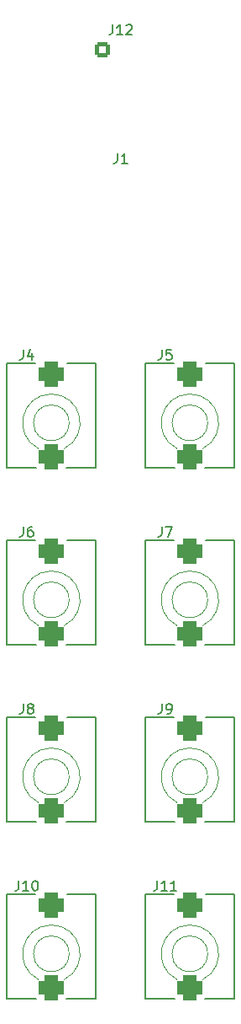
<source format=gto>
G04 #@! TF.GenerationSoftware,KiCad,Pcbnew,8.0.0*
G04 #@! TF.CreationDate,2025-07-24T19:22:06+01:00*
G04 #@! TF.ProjectId,MidiToCvConnectors,4d696469-546f-4437-9643-6f6e6e656374,1_0*
G04 #@! TF.SameCoordinates,Original*
G04 #@! TF.FileFunction,Legend,Top*
G04 #@! TF.FilePolarity,Positive*
%FSLAX46Y46*%
G04 Gerber Fmt 4.6, Leading zero omitted, Abs format (unit mm)*
G04 Created by KiCad (PCBNEW 8.0.0) date 2025-07-24 19:22:06*
%MOMM*%
%LPD*%
G01*
G04 APERTURE LIST*
G04 Aperture macros list*
%AMRoundRect*
0 Rectangle with rounded corners*
0 $1 Rounding radius*
0 $2 $3 $4 $5 $6 $7 $8 $9 X,Y pos of 4 corners*
0 Add a 4 corners polygon primitive as box body*
4,1,4,$2,$3,$4,$5,$6,$7,$8,$9,$2,$3,0*
0 Add four circle primitives for the rounded corners*
1,1,$1+$1,$2,$3*
1,1,$1+$1,$4,$5*
1,1,$1+$1,$6,$7*
1,1,$1+$1,$8,$9*
0 Add four rect primitives between the rounded corners*
20,1,$1+$1,$2,$3,$4,$5,0*
20,1,$1+$1,$4,$5,$6,$7,0*
20,1,$1+$1,$6,$7,$8,$9,0*
20,1,$1+$1,$8,$9,$2,$3,0*%
%AMHorizOval*
0 Thick line with rounded ends*
0 $1 width*
0 $2 $3 position (X,Y) of the first rounded end (center of the circle)*
0 $4 $5 position (X,Y) of the second rounded end (center of the circle)*
0 Add line between two ends*
20,1,$1,$2,$3,$4,$5,0*
0 Add two circle primitives to create the rounded ends*
1,1,$1,$2,$3*
1,1,$1,$4,$5*%
G04 Aperture macros list end*
%ADD10C,0.150000*%
%ADD11C,0.200000*%
%ADD12C,0.120000*%
%ADD13O,3.100000X2.100000*%
%ADD14RoundRect,0.650000X-0.650000X-0.650000X0.650000X-0.650000X0.650000X0.650000X-0.650000X0.650000X0*%
%ADD15HorizOval,1.600000X0.692820X0.400000X-0.692820X-0.400000X0*%
%ADD16HorizOval,1.600000X-0.400000X0.692820X0.400000X-0.692820X0*%
%ADD17HorizOval,1.600000X0.772741X-0.207055X-0.772741X0.207055X0*%
%ADD18HorizOval,1.600000X0.207055X0.772741X-0.207055X-0.772741X0*%
%ADD19RoundRect,0.250000X-0.550000X-0.550000X0.550000X-0.550000X0.550000X0.550000X-0.550000X0.550000X0*%
%ADD20C,1.600000*%
%ADD21R,1.700000X1.700000*%
%ADD22O,1.700000X1.700000*%
G04 APERTURE END LIST*
D10*
X44156666Y-117749819D02*
X44156666Y-118464104D01*
X44156666Y-118464104D02*
X44109047Y-118606961D01*
X44109047Y-118606961D02*
X44013809Y-118702200D01*
X44013809Y-118702200D02*
X43870952Y-118749819D01*
X43870952Y-118749819D02*
X43775714Y-118749819D01*
X44680476Y-118749819D02*
X44870952Y-118749819D01*
X44870952Y-118749819D02*
X44966190Y-118702200D01*
X44966190Y-118702200D02*
X45013809Y-118654580D01*
X45013809Y-118654580D02*
X45109047Y-118511723D01*
X45109047Y-118511723D02*
X45156666Y-118321247D01*
X45156666Y-118321247D02*
X45156666Y-117940295D01*
X45156666Y-117940295D02*
X45109047Y-117845057D01*
X45109047Y-117845057D02*
X45061428Y-117797438D01*
X45061428Y-117797438D02*
X44966190Y-117749819D01*
X44966190Y-117749819D02*
X44775714Y-117749819D01*
X44775714Y-117749819D02*
X44680476Y-117797438D01*
X44680476Y-117797438D02*
X44632857Y-117845057D01*
X44632857Y-117845057D02*
X44585238Y-117940295D01*
X44585238Y-117940295D02*
X44585238Y-118178390D01*
X44585238Y-118178390D02*
X44632857Y-118273628D01*
X44632857Y-118273628D02*
X44680476Y-118321247D01*
X44680476Y-118321247D02*
X44775714Y-118368866D01*
X44775714Y-118368866D02*
X44966190Y-118368866D01*
X44966190Y-118368866D02*
X45061428Y-118321247D01*
X45061428Y-118321247D02*
X45109047Y-118273628D01*
X45109047Y-118273628D02*
X45156666Y-118178390D01*
X30186666Y-99969819D02*
X30186666Y-100684104D01*
X30186666Y-100684104D02*
X30139047Y-100826961D01*
X30139047Y-100826961D02*
X30043809Y-100922200D01*
X30043809Y-100922200D02*
X29900952Y-100969819D01*
X29900952Y-100969819D02*
X29805714Y-100969819D01*
X31091428Y-99969819D02*
X30900952Y-99969819D01*
X30900952Y-99969819D02*
X30805714Y-100017438D01*
X30805714Y-100017438D02*
X30758095Y-100065057D01*
X30758095Y-100065057D02*
X30662857Y-100207914D01*
X30662857Y-100207914D02*
X30615238Y-100398390D01*
X30615238Y-100398390D02*
X30615238Y-100779342D01*
X30615238Y-100779342D02*
X30662857Y-100874580D01*
X30662857Y-100874580D02*
X30710476Y-100922200D01*
X30710476Y-100922200D02*
X30805714Y-100969819D01*
X30805714Y-100969819D02*
X30996190Y-100969819D01*
X30996190Y-100969819D02*
X31091428Y-100922200D01*
X31091428Y-100922200D02*
X31139047Y-100874580D01*
X31139047Y-100874580D02*
X31186666Y-100779342D01*
X31186666Y-100779342D02*
X31186666Y-100541247D01*
X31186666Y-100541247D02*
X31139047Y-100446009D01*
X31139047Y-100446009D02*
X31091428Y-100398390D01*
X31091428Y-100398390D02*
X30996190Y-100350771D01*
X30996190Y-100350771D02*
X30805714Y-100350771D01*
X30805714Y-100350771D02*
X30710476Y-100398390D01*
X30710476Y-100398390D02*
X30662857Y-100446009D01*
X30662857Y-100446009D02*
X30615238Y-100541247D01*
X44156666Y-99969819D02*
X44156666Y-100684104D01*
X44156666Y-100684104D02*
X44109047Y-100826961D01*
X44109047Y-100826961D02*
X44013809Y-100922200D01*
X44013809Y-100922200D02*
X43870952Y-100969819D01*
X43870952Y-100969819D02*
X43775714Y-100969819D01*
X44537619Y-99969819D02*
X45204285Y-99969819D01*
X45204285Y-99969819D02*
X44775714Y-100969819D01*
X30186666Y-82189819D02*
X30186666Y-82904104D01*
X30186666Y-82904104D02*
X30139047Y-83046961D01*
X30139047Y-83046961D02*
X30043809Y-83142200D01*
X30043809Y-83142200D02*
X29900952Y-83189819D01*
X29900952Y-83189819D02*
X29805714Y-83189819D01*
X31091428Y-82523152D02*
X31091428Y-83189819D01*
X30853333Y-82142200D02*
X30615238Y-82856485D01*
X30615238Y-82856485D02*
X31234285Y-82856485D01*
X44156666Y-82189819D02*
X44156666Y-82904104D01*
X44156666Y-82904104D02*
X44109047Y-83046961D01*
X44109047Y-83046961D02*
X44013809Y-83142200D01*
X44013809Y-83142200D02*
X43870952Y-83189819D01*
X43870952Y-83189819D02*
X43775714Y-83189819D01*
X45109047Y-82189819D02*
X44632857Y-82189819D01*
X44632857Y-82189819D02*
X44585238Y-82666009D01*
X44585238Y-82666009D02*
X44632857Y-82618390D01*
X44632857Y-82618390D02*
X44728095Y-82570771D01*
X44728095Y-82570771D02*
X44966190Y-82570771D01*
X44966190Y-82570771D02*
X45061428Y-82618390D01*
X45061428Y-82618390D02*
X45109047Y-82666009D01*
X45109047Y-82666009D02*
X45156666Y-82761247D01*
X45156666Y-82761247D02*
X45156666Y-82999342D01*
X45156666Y-82999342D02*
X45109047Y-83094580D01*
X45109047Y-83094580D02*
X45061428Y-83142200D01*
X45061428Y-83142200D02*
X44966190Y-83189819D01*
X44966190Y-83189819D02*
X44728095Y-83189819D01*
X44728095Y-83189819D02*
X44632857Y-83142200D01*
X44632857Y-83142200D02*
X44585238Y-83094580D01*
X29710476Y-135529819D02*
X29710476Y-136244104D01*
X29710476Y-136244104D02*
X29662857Y-136386961D01*
X29662857Y-136386961D02*
X29567619Y-136482200D01*
X29567619Y-136482200D02*
X29424762Y-136529819D01*
X29424762Y-136529819D02*
X29329524Y-136529819D01*
X30710476Y-136529819D02*
X30139048Y-136529819D01*
X30424762Y-136529819D02*
X30424762Y-135529819D01*
X30424762Y-135529819D02*
X30329524Y-135672676D01*
X30329524Y-135672676D02*
X30234286Y-135767914D01*
X30234286Y-135767914D02*
X30139048Y-135815533D01*
X31329524Y-135529819D02*
X31424762Y-135529819D01*
X31424762Y-135529819D02*
X31520000Y-135577438D01*
X31520000Y-135577438D02*
X31567619Y-135625057D01*
X31567619Y-135625057D02*
X31615238Y-135720295D01*
X31615238Y-135720295D02*
X31662857Y-135910771D01*
X31662857Y-135910771D02*
X31662857Y-136148866D01*
X31662857Y-136148866D02*
X31615238Y-136339342D01*
X31615238Y-136339342D02*
X31567619Y-136434580D01*
X31567619Y-136434580D02*
X31520000Y-136482200D01*
X31520000Y-136482200D02*
X31424762Y-136529819D01*
X31424762Y-136529819D02*
X31329524Y-136529819D01*
X31329524Y-136529819D02*
X31234286Y-136482200D01*
X31234286Y-136482200D02*
X31186667Y-136434580D01*
X31186667Y-136434580D02*
X31139048Y-136339342D01*
X31139048Y-136339342D02*
X31091429Y-136148866D01*
X31091429Y-136148866D02*
X31091429Y-135910771D01*
X31091429Y-135910771D02*
X31139048Y-135720295D01*
X31139048Y-135720295D02*
X31186667Y-135625057D01*
X31186667Y-135625057D02*
X31234286Y-135577438D01*
X31234286Y-135577438D02*
X31329524Y-135529819D01*
X39671666Y-62454819D02*
X39671666Y-63169104D01*
X39671666Y-63169104D02*
X39624047Y-63311961D01*
X39624047Y-63311961D02*
X39528809Y-63407200D01*
X39528809Y-63407200D02*
X39385952Y-63454819D01*
X39385952Y-63454819D02*
X39290714Y-63454819D01*
X40671666Y-63454819D02*
X40100238Y-63454819D01*
X40385952Y-63454819D02*
X40385952Y-62454819D01*
X40385952Y-62454819D02*
X40290714Y-62597676D01*
X40290714Y-62597676D02*
X40195476Y-62692914D01*
X40195476Y-62692914D02*
X40100238Y-62740533D01*
X30186666Y-117749819D02*
X30186666Y-118464104D01*
X30186666Y-118464104D02*
X30139047Y-118606961D01*
X30139047Y-118606961D02*
X30043809Y-118702200D01*
X30043809Y-118702200D02*
X29900952Y-118749819D01*
X29900952Y-118749819D02*
X29805714Y-118749819D01*
X30805714Y-118178390D02*
X30710476Y-118130771D01*
X30710476Y-118130771D02*
X30662857Y-118083152D01*
X30662857Y-118083152D02*
X30615238Y-117987914D01*
X30615238Y-117987914D02*
X30615238Y-117940295D01*
X30615238Y-117940295D02*
X30662857Y-117845057D01*
X30662857Y-117845057D02*
X30710476Y-117797438D01*
X30710476Y-117797438D02*
X30805714Y-117749819D01*
X30805714Y-117749819D02*
X30996190Y-117749819D01*
X30996190Y-117749819D02*
X31091428Y-117797438D01*
X31091428Y-117797438D02*
X31139047Y-117845057D01*
X31139047Y-117845057D02*
X31186666Y-117940295D01*
X31186666Y-117940295D02*
X31186666Y-117987914D01*
X31186666Y-117987914D02*
X31139047Y-118083152D01*
X31139047Y-118083152D02*
X31091428Y-118130771D01*
X31091428Y-118130771D02*
X30996190Y-118178390D01*
X30996190Y-118178390D02*
X30805714Y-118178390D01*
X30805714Y-118178390D02*
X30710476Y-118226009D01*
X30710476Y-118226009D02*
X30662857Y-118273628D01*
X30662857Y-118273628D02*
X30615238Y-118368866D01*
X30615238Y-118368866D02*
X30615238Y-118559342D01*
X30615238Y-118559342D02*
X30662857Y-118654580D01*
X30662857Y-118654580D02*
X30710476Y-118702200D01*
X30710476Y-118702200D02*
X30805714Y-118749819D01*
X30805714Y-118749819D02*
X30996190Y-118749819D01*
X30996190Y-118749819D02*
X31091428Y-118702200D01*
X31091428Y-118702200D02*
X31139047Y-118654580D01*
X31139047Y-118654580D02*
X31186666Y-118559342D01*
X31186666Y-118559342D02*
X31186666Y-118368866D01*
X31186666Y-118368866D02*
X31139047Y-118273628D01*
X31139047Y-118273628D02*
X31091428Y-118226009D01*
X31091428Y-118226009D02*
X30996190Y-118178390D01*
X43680476Y-135529819D02*
X43680476Y-136244104D01*
X43680476Y-136244104D02*
X43632857Y-136386961D01*
X43632857Y-136386961D02*
X43537619Y-136482200D01*
X43537619Y-136482200D02*
X43394762Y-136529819D01*
X43394762Y-136529819D02*
X43299524Y-136529819D01*
X44680476Y-136529819D02*
X44109048Y-136529819D01*
X44394762Y-136529819D02*
X44394762Y-135529819D01*
X44394762Y-135529819D02*
X44299524Y-135672676D01*
X44299524Y-135672676D02*
X44204286Y-135767914D01*
X44204286Y-135767914D02*
X44109048Y-135815533D01*
X45632857Y-136529819D02*
X45061429Y-136529819D01*
X45347143Y-136529819D02*
X45347143Y-135529819D01*
X45347143Y-135529819D02*
X45251905Y-135672676D01*
X45251905Y-135672676D02*
X45156667Y-135767914D01*
X45156667Y-135767914D02*
X45061429Y-135815533D01*
X39195476Y-49524819D02*
X39195476Y-50239104D01*
X39195476Y-50239104D02*
X39147857Y-50381961D01*
X39147857Y-50381961D02*
X39052619Y-50477200D01*
X39052619Y-50477200D02*
X38909762Y-50524819D01*
X38909762Y-50524819D02*
X38814524Y-50524819D01*
X40195476Y-50524819D02*
X39624048Y-50524819D01*
X39909762Y-50524819D02*
X39909762Y-49524819D01*
X39909762Y-49524819D02*
X39814524Y-49667676D01*
X39814524Y-49667676D02*
X39719286Y-49762914D01*
X39719286Y-49762914D02*
X39624048Y-49810533D01*
X40576429Y-49620057D02*
X40624048Y-49572438D01*
X40624048Y-49572438D02*
X40719286Y-49524819D01*
X40719286Y-49524819D02*
X40957381Y-49524819D01*
X40957381Y-49524819D02*
X41052619Y-49572438D01*
X41052619Y-49572438D02*
X41100238Y-49620057D01*
X41100238Y-49620057D02*
X41147857Y-49715295D01*
X41147857Y-49715295D02*
X41147857Y-49810533D01*
X41147857Y-49810533D02*
X41100238Y-49953390D01*
X41100238Y-49953390D02*
X40528810Y-50524819D01*
X40528810Y-50524819D02*
X41147857Y-50524819D01*
D11*
X42490000Y-119095000D02*
X45390000Y-119095000D01*
X42490000Y-129595000D02*
X42490000Y-119095000D01*
X42490000Y-129595000D02*
X45490000Y-129595000D01*
X48490000Y-129595000D02*
X51490000Y-129595000D01*
X48590000Y-119095000D02*
X51490000Y-119095000D01*
X51490000Y-129595000D02*
X51490000Y-119095000D01*
D12*
X45693737Y-127683576D02*
G75*
G02*
X46990000Y-122200000I1296263J2588576D01*
G01*
X46990000Y-122200000D02*
G75*
G02*
X48286263Y-127683576I0J-2895000D01*
G01*
X48790000Y-125095000D02*
G75*
G02*
X45190000Y-125095000I-1800000J0D01*
G01*
X45190000Y-125095000D02*
G75*
G02*
X48790000Y-125095000I1800000J0D01*
G01*
D11*
X28520000Y-101315000D02*
X31420000Y-101315000D01*
X28520000Y-111815000D02*
X28520000Y-101315000D01*
X28520000Y-111815000D02*
X31520000Y-111815000D01*
X34520000Y-111815000D02*
X37520000Y-111815000D01*
X34620000Y-101315000D02*
X37520000Y-101315000D01*
X37520000Y-111815000D02*
X37520000Y-101315000D01*
D12*
X31723737Y-109903576D02*
G75*
G02*
X33020000Y-104420000I1296263J2588576D01*
G01*
X33020000Y-104420000D02*
G75*
G02*
X34316263Y-109903576I0J-2895000D01*
G01*
X34820000Y-107315000D02*
G75*
G02*
X31220000Y-107315000I-1800000J0D01*
G01*
X31220000Y-107315000D02*
G75*
G02*
X34820000Y-107315000I1800000J0D01*
G01*
D11*
X42490000Y-101315000D02*
X45390000Y-101315000D01*
X42490000Y-111815000D02*
X42490000Y-101315000D01*
X42490000Y-111815000D02*
X45490000Y-111815000D01*
X48490000Y-111815000D02*
X51490000Y-111815000D01*
X48590000Y-101315000D02*
X51490000Y-101315000D01*
X51490000Y-111815000D02*
X51490000Y-101315000D01*
D12*
X45693737Y-109903576D02*
G75*
G02*
X46990000Y-104420000I1296263J2588576D01*
G01*
X46990000Y-104420000D02*
G75*
G02*
X48286263Y-109903576I0J-2895000D01*
G01*
X48790000Y-107315000D02*
G75*
G02*
X45190000Y-107315000I-1800000J0D01*
G01*
X45190000Y-107315000D02*
G75*
G02*
X48790000Y-107315000I1800000J0D01*
G01*
D11*
X28520000Y-83535000D02*
X31420000Y-83535000D01*
X28520000Y-94035000D02*
X28520000Y-83535000D01*
X28520000Y-94035000D02*
X31520000Y-94035000D01*
X34520000Y-94035000D02*
X37520000Y-94035000D01*
X34620000Y-83535000D02*
X37520000Y-83535000D01*
X37520000Y-94035000D02*
X37520000Y-83535000D01*
D12*
X31723737Y-92123576D02*
G75*
G02*
X33020000Y-86640000I1296263J2588576D01*
G01*
X33020000Y-86640000D02*
G75*
G02*
X34316263Y-92123576I0J-2895000D01*
G01*
X34820000Y-89535000D02*
G75*
G02*
X31220000Y-89535000I-1800000J0D01*
G01*
X31220000Y-89535000D02*
G75*
G02*
X34820000Y-89535000I1800000J0D01*
G01*
D11*
X42490000Y-83535000D02*
X45390000Y-83535000D01*
X42490000Y-94035000D02*
X42490000Y-83535000D01*
X42490000Y-94035000D02*
X45490000Y-94035000D01*
X48490000Y-94035000D02*
X51490000Y-94035000D01*
X48590000Y-83535000D02*
X51490000Y-83535000D01*
X51490000Y-94035000D02*
X51490000Y-83535000D01*
D12*
X45693737Y-92123576D02*
G75*
G02*
X46990000Y-86640000I1296263J2588576D01*
G01*
X46990000Y-86640000D02*
G75*
G02*
X48286263Y-92123576I0J-2895000D01*
G01*
X48790000Y-89535000D02*
G75*
G02*
X45190000Y-89535000I-1800000J0D01*
G01*
X45190000Y-89535000D02*
G75*
G02*
X48790000Y-89535000I1800000J0D01*
G01*
D11*
X28520000Y-136875000D02*
X31420000Y-136875000D01*
X28520000Y-147375000D02*
X28520000Y-136875000D01*
X28520000Y-147375000D02*
X31520000Y-147375000D01*
X34520000Y-147375000D02*
X37520000Y-147375000D01*
X34620000Y-136875000D02*
X37520000Y-136875000D01*
X37520000Y-147375000D02*
X37520000Y-136875000D01*
D12*
X31723737Y-145463576D02*
G75*
G02*
X33020000Y-139980000I1296263J2588576D01*
G01*
X33020000Y-139980000D02*
G75*
G02*
X34316263Y-145463576I0J-2895000D01*
G01*
X34820000Y-142875000D02*
G75*
G02*
X31220000Y-142875000I-1800000J0D01*
G01*
X31220000Y-142875000D02*
G75*
G02*
X34820000Y-142875000I1800000J0D01*
G01*
D11*
X28520000Y-119095000D02*
X31420000Y-119095000D01*
X28520000Y-129595000D02*
X28520000Y-119095000D01*
X28520000Y-129595000D02*
X31520000Y-129595000D01*
X34520000Y-129595000D02*
X37520000Y-129595000D01*
X34620000Y-119095000D02*
X37520000Y-119095000D01*
X37520000Y-129595000D02*
X37520000Y-119095000D01*
D12*
X31723737Y-127683576D02*
G75*
G02*
X33020000Y-122200000I1296263J2588576D01*
G01*
X33020000Y-122200000D02*
G75*
G02*
X34316263Y-127683576I0J-2895000D01*
G01*
X34820000Y-125095000D02*
G75*
G02*
X31220000Y-125095000I-1800000J0D01*
G01*
X31220000Y-125095000D02*
G75*
G02*
X34820000Y-125095000I1800000J0D01*
G01*
D11*
X42490000Y-136875000D02*
X45390000Y-136875000D01*
X42490000Y-147375000D02*
X42490000Y-136875000D01*
X42490000Y-147375000D02*
X45490000Y-147375000D01*
X48490000Y-147375000D02*
X51490000Y-147375000D01*
X48590000Y-136875000D02*
X51490000Y-136875000D01*
X51490000Y-147375000D02*
X51490000Y-136875000D01*
D12*
X45693737Y-145463576D02*
G75*
G02*
X46990000Y-139980000I1296263J2588576D01*
G01*
X46990000Y-139980000D02*
G75*
G02*
X48286263Y-145463576I0J-2895000D01*
G01*
X48790000Y-142875000D02*
G75*
G02*
X45190000Y-142875000I-1800000J0D01*
G01*
X45190000Y-142875000D02*
G75*
G02*
X48790000Y-142875000I1800000J0D01*
G01*
%LPC*%
D13*
X46990000Y-131575000D03*
D14*
X46990000Y-120175000D03*
X46990000Y-128475000D03*
D13*
X33020000Y-113795000D03*
D14*
X33020000Y-102395000D03*
X33020000Y-110695000D03*
D13*
X46990000Y-113795000D03*
D14*
X46990000Y-102395000D03*
X46990000Y-110695000D03*
D13*
X33020000Y-96015000D03*
D14*
X33020000Y-84615000D03*
X33020000Y-92915000D03*
D13*
X46990000Y-96015000D03*
D14*
X46990000Y-84615000D03*
X46990000Y-92915000D03*
D13*
X33020000Y-149355000D03*
D14*
X33020000Y-137955000D03*
X33020000Y-146255000D03*
D15*
X36195000Y-63500000D03*
D16*
X40005000Y-59625000D03*
D15*
X43880000Y-63500000D03*
D17*
X37265000Y-60760000D03*
D18*
X42745000Y-60760000D03*
D13*
X33020000Y-131575000D03*
D14*
X33020000Y-120175000D03*
X33020000Y-128475000D03*
D13*
X46990000Y-149355000D03*
D14*
X46990000Y-137955000D03*
X46990000Y-146255000D03*
D19*
X38205000Y-52070000D03*
D20*
X41805000Y-52070000D03*
D21*
X48895000Y-152400000D03*
D22*
X46355000Y-152400000D03*
X43815000Y-152400000D03*
X41275000Y-152400000D03*
X38735000Y-152400000D03*
X36195000Y-152400000D03*
X33655000Y-152400000D03*
X31115000Y-152400000D03*
D21*
X31115000Y-45720000D03*
D22*
X33655000Y-45720000D03*
X36195000Y-45720000D03*
X38735000Y-45720000D03*
X41275000Y-45720000D03*
X43815000Y-45720000D03*
X46355000Y-45720000D03*
X48895000Y-45720000D03*
%LPD*%
M02*

</source>
